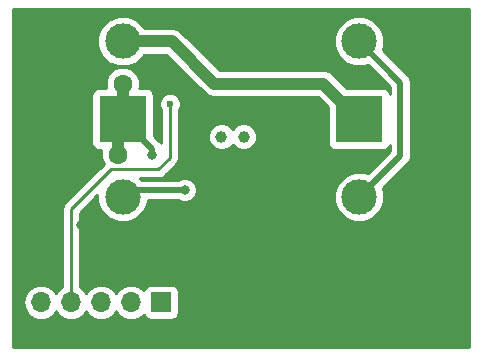
<source format=gbr>
G04 #@! TF.GenerationSoftware,KiCad,Pcbnew,(5.0.2)-1*
G04 #@! TF.CreationDate,2020-09-06T16:55:04+01:00*
G04 #@! TF.ProjectId,temperature-logger,74656d70-6572-4617-9475-72652d6c6f67,rev?*
G04 #@! TF.SameCoordinates,Original*
G04 #@! TF.FileFunction,Copper,L1,Top*
G04 #@! TF.FilePolarity,Positive*
%FSLAX46Y46*%
G04 Gerber Fmt 4.6, Leading zero omitted, Abs format (unit mm)*
G04 Created by KiCad (PCBNEW (5.0.2)-1) date 06/09/2020 16:55:04*
%MOMM*%
%LPD*%
G01*
G04 APERTURE LIST*
G04 #@! TA.AperFunction,SMDPad,CuDef*
%ADD10R,4.000000X4.000000*%
G04 #@! TD*
G04 #@! TA.AperFunction,ComponentPad*
%ADD11C,3.000000*%
G04 #@! TD*
G04 #@! TA.AperFunction,ComponentPad*
%ADD12R,1.700000X1.700000*%
G04 #@! TD*
G04 #@! TA.AperFunction,ComponentPad*
%ADD13O,1.700000X1.700000*%
G04 #@! TD*
G04 #@! TA.AperFunction,ComponentPad*
%ADD14C,1.000000*%
G04 #@! TD*
G04 #@! TA.AperFunction,ViaPad*
%ADD15C,0.800000*%
G04 #@! TD*
G04 #@! TA.AperFunction,ViaPad*
%ADD16C,1.600000*%
G04 #@! TD*
G04 #@! TA.AperFunction,ViaPad*
%ADD17C,0.600000*%
G04 #@! TD*
G04 #@! TA.AperFunction,Conductor*
%ADD18C,1.000000*%
G04 #@! TD*
G04 #@! TA.AperFunction,Conductor*
%ADD19C,0.500000*%
G04 #@! TD*
G04 #@! TA.AperFunction,Conductor*
%ADD20C,0.250000*%
G04 #@! TD*
G04 #@! TA.AperFunction,Conductor*
%ADD21C,0.254000*%
G04 #@! TD*
G04 APERTURE END LIST*
D10*
G04 #@! TO.P,BT1,2*
G04 #@! TO.N,+BATT*
X110000000Y-90000000D03*
D11*
G04 #@! TO.P,BT1,1*
G04 #@! TO.N,+6V*
X110000000Y-83400000D03*
X110000000Y-96600000D03*
G04 #@! TD*
G04 #@! TO.P,BT2,1*
G04 #@! TO.N,+BATT*
X90000000Y-83400000D03*
X90000000Y-96600000D03*
D10*
G04 #@! TO.P,BT2,2*
G04 #@! TO.N,GND*
X90000000Y-90000000D03*
G04 #@! TD*
D12*
G04 #@! TO.P,J1,1*
G04 #@! TO.N,/SCL*
X93250000Y-105500000D03*
D13*
G04 #@! TO.P,J1,2*
G04 #@! TO.N,/MISO*
X90710000Y-105500000D03*
G04 #@! TO.P,J1,3*
G04 #@! TO.N,/SDA*
X88170000Y-105500000D03*
G04 #@! TO.P,J1,4*
G04 #@! TO.N,/~RESET*
X85630000Y-105500000D03*
G04 #@! TO.P,J1,5*
G04 #@! TO.N,GND*
X83090000Y-105500000D03*
G04 #@! TD*
D14*
G04 #@! TO.P,Y1,1*
G04 #@! TO.N,Net-(U4-Pad1)*
X100250000Y-91500000D03*
G04 #@! TO.P,Y1,2*
G04 #@! TO.N,Net-(U4-Pad2)*
X98350000Y-91500000D03*
G04 #@! TD*
D15*
G04 #@! TO.N,+BATT*
X97750000Y-87000000D03*
X95250000Y-96000000D03*
D16*
G04 #@! TO.N,GND*
X90000000Y-87000000D03*
X89599987Y-93000000D03*
D15*
X92500000Y-93000000D03*
D16*
G04 #@! TO.N,+5V*
X115500000Y-86000000D03*
X115500000Y-94000000D03*
D15*
X117750000Y-106000000D03*
X101000000Y-103000000D03*
X86000000Y-86250000D03*
X98000000Y-82250000D03*
X101500000Y-91000000D03*
X93250000Y-99250000D03*
X86500000Y-99000000D03*
D17*
G04 #@! TO.N,/~RESET*
X93994989Y-88700901D03*
G04 #@! TD*
D18*
G04 #@! TO.N,+BATT*
X90000000Y-83400000D02*
X94150000Y-83400000D01*
X94150000Y-83400000D02*
X97750000Y-87000000D01*
X105000000Y-87000000D02*
X97750000Y-87000000D01*
X110000000Y-90000000D02*
X107000000Y-87000000D01*
X107000000Y-87000000D02*
X105000000Y-87000000D01*
D19*
X90600000Y-96000000D02*
X90000000Y-96600000D01*
X94000000Y-96000000D02*
X90600000Y-96000000D01*
X94000000Y-96000000D02*
X95250000Y-96000000D01*
G04 #@! TO.N,+6V*
X110000000Y-96600000D02*
X113500000Y-93100000D01*
X113500000Y-86900000D02*
X110000000Y-83400000D01*
X113500000Y-93100000D02*
X113500000Y-86900000D01*
D18*
G04 #@! TO.N,GND*
X90000000Y-90000000D02*
X90000000Y-87000000D01*
X90000000Y-87000000D02*
X90000000Y-87000000D01*
X90000000Y-90000000D02*
X89599987Y-90400013D01*
X89599987Y-91868630D02*
X89599987Y-93000000D01*
X89599987Y-90400013D02*
X89599987Y-91868630D01*
D19*
X90000000Y-90000000D02*
X92250000Y-92250000D01*
X92250000Y-92250000D02*
X92500000Y-92500000D01*
X92500000Y-92500000D02*
X92500000Y-93000000D01*
D20*
G04 #@! TO.N,/~RESET*
X85630000Y-105500000D02*
X85630000Y-105120000D01*
X85630000Y-105500000D02*
X85630000Y-97620000D01*
X85630000Y-97620000D02*
X89000000Y-94250000D01*
X89000000Y-94250000D02*
X93000000Y-94250000D01*
X93994989Y-93255011D02*
X93994989Y-88700901D01*
X93000000Y-94250000D02*
X93994989Y-93255011D01*
G04 #@! TD*
D21*
G04 #@! TO.N,+5V*
G36*
X119290000Y-109290000D02*
X80710000Y-109290000D01*
X80710000Y-105500000D01*
X81575908Y-105500000D01*
X81691161Y-106079418D01*
X82019375Y-106570625D01*
X82510582Y-106898839D01*
X82943744Y-106985000D01*
X83236256Y-106985000D01*
X83669418Y-106898839D01*
X84160625Y-106570625D01*
X84360000Y-106272239D01*
X84559375Y-106570625D01*
X85050582Y-106898839D01*
X85483744Y-106985000D01*
X85776256Y-106985000D01*
X86209418Y-106898839D01*
X86700625Y-106570625D01*
X86900000Y-106272239D01*
X87099375Y-106570625D01*
X87590582Y-106898839D01*
X88023744Y-106985000D01*
X88316256Y-106985000D01*
X88749418Y-106898839D01*
X89240625Y-106570625D01*
X89440000Y-106272239D01*
X89639375Y-106570625D01*
X90130582Y-106898839D01*
X90563744Y-106985000D01*
X90856256Y-106985000D01*
X91289418Y-106898839D01*
X91780625Y-106570625D01*
X91792816Y-106552381D01*
X91801843Y-106597765D01*
X91942191Y-106807809D01*
X92152235Y-106948157D01*
X92400000Y-106997440D01*
X94100000Y-106997440D01*
X94347765Y-106948157D01*
X94557809Y-106807809D01*
X94698157Y-106597765D01*
X94747440Y-106350000D01*
X94747440Y-104650000D01*
X94698157Y-104402235D01*
X94557809Y-104192191D01*
X94347765Y-104051843D01*
X94100000Y-104002560D01*
X92400000Y-104002560D01*
X92152235Y-104051843D01*
X91942191Y-104192191D01*
X91801843Y-104402235D01*
X91792816Y-104447619D01*
X91780625Y-104429375D01*
X91289418Y-104101161D01*
X90856256Y-104015000D01*
X90563744Y-104015000D01*
X90130582Y-104101161D01*
X89639375Y-104429375D01*
X89440000Y-104727761D01*
X89240625Y-104429375D01*
X88749418Y-104101161D01*
X88316256Y-104015000D01*
X88023744Y-104015000D01*
X87590582Y-104101161D01*
X87099375Y-104429375D01*
X86900000Y-104727761D01*
X86700625Y-104429375D01*
X86390000Y-104221822D01*
X86390000Y-97934801D01*
X87865000Y-96459802D01*
X87865000Y-97024678D01*
X88190034Y-97809380D01*
X88790620Y-98409966D01*
X89575322Y-98735000D01*
X90424678Y-98735000D01*
X91209380Y-98409966D01*
X91809966Y-97809380D01*
X92135000Y-97024678D01*
X92135000Y-96885000D01*
X94681993Y-96885000D01*
X95044126Y-97035000D01*
X95455874Y-97035000D01*
X95836280Y-96877431D01*
X96127431Y-96586280D01*
X96285000Y-96205874D01*
X96285000Y-95794126D01*
X96127431Y-95413720D01*
X95836280Y-95122569D01*
X95455874Y-94965000D01*
X95044126Y-94965000D01*
X94681993Y-95115000D01*
X91534346Y-95115000D01*
X91429346Y-95010000D01*
X92925153Y-95010000D01*
X93000000Y-95024888D01*
X93074847Y-95010000D01*
X93074852Y-95010000D01*
X93296537Y-94965904D01*
X93547929Y-94797929D01*
X93590331Y-94734470D01*
X94479462Y-93845340D01*
X94542918Y-93802940D01*
X94710893Y-93551548D01*
X94754989Y-93329863D01*
X94754989Y-93329858D01*
X94769877Y-93255011D01*
X94754989Y-93180164D01*
X94754989Y-91274234D01*
X97215000Y-91274234D01*
X97215000Y-91725766D01*
X97387793Y-92142926D01*
X97707074Y-92462207D01*
X98124234Y-92635000D01*
X98575766Y-92635000D01*
X98992926Y-92462207D01*
X99300000Y-92155133D01*
X99607074Y-92462207D01*
X100024234Y-92635000D01*
X100475766Y-92635000D01*
X100892926Y-92462207D01*
X101212207Y-92142926D01*
X101385000Y-91725766D01*
X101385000Y-91274234D01*
X101212207Y-90857074D01*
X100892926Y-90537793D01*
X100475766Y-90365000D01*
X100024234Y-90365000D01*
X99607074Y-90537793D01*
X99300000Y-90844867D01*
X98992926Y-90537793D01*
X98575766Y-90365000D01*
X98124234Y-90365000D01*
X97707074Y-90537793D01*
X97387793Y-90857074D01*
X97215000Y-91274234D01*
X94754989Y-91274234D01*
X94754989Y-89263191D01*
X94787644Y-89230536D01*
X94929989Y-88886884D01*
X94929989Y-88514918D01*
X94787644Y-88171266D01*
X94524624Y-87908246D01*
X94180972Y-87765901D01*
X93809006Y-87765901D01*
X93465354Y-87908246D01*
X93202334Y-88171266D01*
X93059989Y-88514918D01*
X93059989Y-88886884D01*
X93202334Y-89230536D01*
X93234990Y-89263192D01*
X93234989Y-92007032D01*
X93138049Y-91861951D01*
X93064154Y-91812576D01*
X92937426Y-91685848D01*
X92937424Y-91685845D01*
X92647440Y-91395861D01*
X92647440Y-88000000D01*
X92598157Y-87752235D01*
X92457809Y-87542191D01*
X92247765Y-87401843D01*
X92000000Y-87352560D01*
X91407198Y-87352560D01*
X91435000Y-87285439D01*
X91435000Y-86714561D01*
X91216534Y-86187138D01*
X90812862Y-85783466D01*
X90285439Y-85565000D01*
X89714561Y-85565000D01*
X89187138Y-85783466D01*
X88783466Y-86187138D01*
X88565000Y-86714561D01*
X88565000Y-87285439D01*
X88592802Y-87352560D01*
X88000000Y-87352560D01*
X87752235Y-87401843D01*
X87542191Y-87542191D01*
X87401843Y-87752235D01*
X87352560Y-88000000D01*
X87352560Y-92000000D01*
X87401843Y-92247765D01*
X87542191Y-92457809D01*
X87752235Y-92598157D01*
X88000000Y-92647440D01*
X88192789Y-92647440D01*
X88164987Y-92714561D01*
X88164987Y-93285439D01*
X88377268Y-93797930D01*
X85145528Y-97029671D01*
X85082072Y-97072071D01*
X85039672Y-97135527D01*
X85039671Y-97135528D01*
X84914097Y-97323463D01*
X84855112Y-97620000D01*
X84870001Y-97694852D01*
X84870000Y-104221822D01*
X84559375Y-104429375D01*
X84360000Y-104727761D01*
X84160625Y-104429375D01*
X83669418Y-104101161D01*
X83236256Y-104015000D01*
X82943744Y-104015000D01*
X82510582Y-104101161D01*
X82019375Y-104429375D01*
X81691161Y-104920582D01*
X81575908Y-105500000D01*
X80710000Y-105500000D01*
X80710000Y-82975322D01*
X87865000Y-82975322D01*
X87865000Y-83824678D01*
X88190034Y-84609380D01*
X88790620Y-85209966D01*
X89575322Y-85535000D01*
X90424678Y-85535000D01*
X91209380Y-85209966D01*
X91809966Y-84609380D01*
X91840775Y-84535000D01*
X93679869Y-84535000D01*
X96868389Y-87723521D01*
X96931711Y-87818289D01*
X97203661Y-88000000D01*
X97307145Y-88069146D01*
X97750000Y-88157235D01*
X97861783Y-88135000D01*
X106529869Y-88135000D01*
X107352560Y-88957691D01*
X107352560Y-92000000D01*
X107401843Y-92247765D01*
X107542191Y-92457809D01*
X107752235Y-92598157D01*
X108000000Y-92647440D01*
X112000000Y-92647440D01*
X112247765Y-92598157D01*
X112457809Y-92457809D01*
X112598157Y-92247765D01*
X112615000Y-92163088D01*
X112615000Y-92733421D01*
X110749059Y-94599363D01*
X110424678Y-94465000D01*
X109575322Y-94465000D01*
X108790620Y-94790034D01*
X108190034Y-95390620D01*
X107865000Y-96175322D01*
X107865000Y-97024678D01*
X108190034Y-97809380D01*
X108790620Y-98409966D01*
X109575322Y-98735000D01*
X110424678Y-98735000D01*
X111209380Y-98409966D01*
X111809966Y-97809380D01*
X112135000Y-97024678D01*
X112135000Y-96175322D01*
X112000637Y-95850941D01*
X114064156Y-93787423D01*
X114138049Y-93738049D01*
X114333652Y-93445310D01*
X114385000Y-93187165D01*
X114385000Y-93187161D01*
X114402337Y-93100001D01*
X114385000Y-93012841D01*
X114385000Y-86987159D01*
X114402337Y-86899999D01*
X114385000Y-86812839D01*
X114385000Y-86812835D01*
X114333652Y-86554690D01*
X114138049Y-86261951D01*
X114064156Y-86212577D01*
X112000637Y-84149059D01*
X112135000Y-83824678D01*
X112135000Y-82975322D01*
X111809966Y-82190620D01*
X111209380Y-81590034D01*
X110424678Y-81265000D01*
X109575322Y-81265000D01*
X108790620Y-81590034D01*
X108190034Y-82190620D01*
X107865000Y-82975322D01*
X107865000Y-83824678D01*
X108190034Y-84609380D01*
X108790620Y-85209966D01*
X109575322Y-85535000D01*
X110424678Y-85535000D01*
X110749059Y-85400637D01*
X112615001Y-87266580D01*
X112615001Y-87836916D01*
X112598157Y-87752235D01*
X112457809Y-87542191D01*
X112247765Y-87401843D01*
X112000000Y-87352560D01*
X108957691Y-87352560D01*
X107881613Y-86276482D01*
X107818289Y-86181711D01*
X107442855Y-85930854D01*
X107111783Y-85865000D01*
X107000000Y-85842765D01*
X106888217Y-85865000D01*
X98220132Y-85865000D01*
X95031613Y-82676482D01*
X94968289Y-82581711D01*
X94592855Y-82330854D01*
X94261783Y-82265000D01*
X94150000Y-82242765D01*
X94038217Y-82265000D01*
X91840775Y-82265000D01*
X91809966Y-82190620D01*
X91209380Y-81590034D01*
X90424678Y-81265000D01*
X89575322Y-81265000D01*
X88790620Y-81590034D01*
X88190034Y-82190620D01*
X87865000Y-82975322D01*
X80710000Y-82975322D01*
X80710000Y-80710000D01*
X119290001Y-80710000D01*
X119290000Y-109290000D01*
X119290000Y-109290000D01*
G37*
X119290000Y-109290000D02*
X80710000Y-109290000D01*
X80710000Y-105500000D01*
X81575908Y-105500000D01*
X81691161Y-106079418D01*
X82019375Y-106570625D01*
X82510582Y-106898839D01*
X82943744Y-106985000D01*
X83236256Y-106985000D01*
X83669418Y-106898839D01*
X84160625Y-106570625D01*
X84360000Y-106272239D01*
X84559375Y-106570625D01*
X85050582Y-106898839D01*
X85483744Y-106985000D01*
X85776256Y-106985000D01*
X86209418Y-106898839D01*
X86700625Y-106570625D01*
X86900000Y-106272239D01*
X87099375Y-106570625D01*
X87590582Y-106898839D01*
X88023744Y-106985000D01*
X88316256Y-106985000D01*
X88749418Y-106898839D01*
X89240625Y-106570625D01*
X89440000Y-106272239D01*
X89639375Y-106570625D01*
X90130582Y-106898839D01*
X90563744Y-106985000D01*
X90856256Y-106985000D01*
X91289418Y-106898839D01*
X91780625Y-106570625D01*
X91792816Y-106552381D01*
X91801843Y-106597765D01*
X91942191Y-106807809D01*
X92152235Y-106948157D01*
X92400000Y-106997440D01*
X94100000Y-106997440D01*
X94347765Y-106948157D01*
X94557809Y-106807809D01*
X94698157Y-106597765D01*
X94747440Y-106350000D01*
X94747440Y-104650000D01*
X94698157Y-104402235D01*
X94557809Y-104192191D01*
X94347765Y-104051843D01*
X94100000Y-104002560D01*
X92400000Y-104002560D01*
X92152235Y-104051843D01*
X91942191Y-104192191D01*
X91801843Y-104402235D01*
X91792816Y-104447619D01*
X91780625Y-104429375D01*
X91289418Y-104101161D01*
X90856256Y-104015000D01*
X90563744Y-104015000D01*
X90130582Y-104101161D01*
X89639375Y-104429375D01*
X89440000Y-104727761D01*
X89240625Y-104429375D01*
X88749418Y-104101161D01*
X88316256Y-104015000D01*
X88023744Y-104015000D01*
X87590582Y-104101161D01*
X87099375Y-104429375D01*
X86900000Y-104727761D01*
X86700625Y-104429375D01*
X86390000Y-104221822D01*
X86390000Y-97934801D01*
X87865000Y-96459802D01*
X87865000Y-97024678D01*
X88190034Y-97809380D01*
X88790620Y-98409966D01*
X89575322Y-98735000D01*
X90424678Y-98735000D01*
X91209380Y-98409966D01*
X91809966Y-97809380D01*
X92135000Y-97024678D01*
X92135000Y-96885000D01*
X94681993Y-96885000D01*
X95044126Y-97035000D01*
X95455874Y-97035000D01*
X95836280Y-96877431D01*
X96127431Y-96586280D01*
X96285000Y-96205874D01*
X96285000Y-95794126D01*
X96127431Y-95413720D01*
X95836280Y-95122569D01*
X95455874Y-94965000D01*
X95044126Y-94965000D01*
X94681993Y-95115000D01*
X91534346Y-95115000D01*
X91429346Y-95010000D01*
X92925153Y-95010000D01*
X93000000Y-95024888D01*
X93074847Y-95010000D01*
X93074852Y-95010000D01*
X93296537Y-94965904D01*
X93547929Y-94797929D01*
X93590331Y-94734470D01*
X94479462Y-93845340D01*
X94542918Y-93802940D01*
X94710893Y-93551548D01*
X94754989Y-93329863D01*
X94754989Y-93329858D01*
X94769877Y-93255011D01*
X94754989Y-93180164D01*
X94754989Y-91274234D01*
X97215000Y-91274234D01*
X97215000Y-91725766D01*
X97387793Y-92142926D01*
X97707074Y-92462207D01*
X98124234Y-92635000D01*
X98575766Y-92635000D01*
X98992926Y-92462207D01*
X99300000Y-92155133D01*
X99607074Y-92462207D01*
X100024234Y-92635000D01*
X100475766Y-92635000D01*
X100892926Y-92462207D01*
X101212207Y-92142926D01*
X101385000Y-91725766D01*
X101385000Y-91274234D01*
X101212207Y-90857074D01*
X100892926Y-90537793D01*
X100475766Y-90365000D01*
X100024234Y-90365000D01*
X99607074Y-90537793D01*
X99300000Y-90844867D01*
X98992926Y-90537793D01*
X98575766Y-90365000D01*
X98124234Y-90365000D01*
X97707074Y-90537793D01*
X97387793Y-90857074D01*
X97215000Y-91274234D01*
X94754989Y-91274234D01*
X94754989Y-89263191D01*
X94787644Y-89230536D01*
X94929989Y-88886884D01*
X94929989Y-88514918D01*
X94787644Y-88171266D01*
X94524624Y-87908246D01*
X94180972Y-87765901D01*
X93809006Y-87765901D01*
X93465354Y-87908246D01*
X93202334Y-88171266D01*
X93059989Y-88514918D01*
X93059989Y-88886884D01*
X93202334Y-89230536D01*
X93234990Y-89263192D01*
X93234989Y-92007032D01*
X93138049Y-91861951D01*
X93064154Y-91812576D01*
X92937426Y-91685848D01*
X92937424Y-91685845D01*
X92647440Y-91395861D01*
X92647440Y-88000000D01*
X92598157Y-87752235D01*
X92457809Y-87542191D01*
X92247765Y-87401843D01*
X92000000Y-87352560D01*
X91407198Y-87352560D01*
X91435000Y-87285439D01*
X91435000Y-86714561D01*
X91216534Y-86187138D01*
X90812862Y-85783466D01*
X90285439Y-85565000D01*
X89714561Y-85565000D01*
X89187138Y-85783466D01*
X88783466Y-86187138D01*
X88565000Y-86714561D01*
X88565000Y-87285439D01*
X88592802Y-87352560D01*
X88000000Y-87352560D01*
X87752235Y-87401843D01*
X87542191Y-87542191D01*
X87401843Y-87752235D01*
X87352560Y-88000000D01*
X87352560Y-92000000D01*
X87401843Y-92247765D01*
X87542191Y-92457809D01*
X87752235Y-92598157D01*
X88000000Y-92647440D01*
X88192789Y-92647440D01*
X88164987Y-92714561D01*
X88164987Y-93285439D01*
X88377268Y-93797930D01*
X85145528Y-97029671D01*
X85082072Y-97072071D01*
X85039672Y-97135527D01*
X85039671Y-97135528D01*
X84914097Y-97323463D01*
X84855112Y-97620000D01*
X84870001Y-97694852D01*
X84870000Y-104221822D01*
X84559375Y-104429375D01*
X84360000Y-104727761D01*
X84160625Y-104429375D01*
X83669418Y-104101161D01*
X83236256Y-104015000D01*
X82943744Y-104015000D01*
X82510582Y-104101161D01*
X82019375Y-104429375D01*
X81691161Y-104920582D01*
X81575908Y-105500000D01*
X80710000Y-105500000D01*
X80710000Y-82975322D01*
X87865000Y-82975322D01*
X87865000Y-83824678D01*
X88190034Y-84609380D01*
X88790620Y-85209966D01*
X89575322Y-85535000D01*
X90424678Y-85535000D01*
X91209380Y-85209966D01*
X91809966Y-84609380D01*
X91840775Y-84535000D01*
X93679869Y-84535000D01*
X96868389Y-87723521D01*
X96931711Y-87818289D01*
X97203661Y-88000000D01*
X97307145Y-88069146D01*
X97750000Y-88157235D01*
X97861783Y-88135000D01*
X106529869Y-88135000D01*
X107352560Y-88957691D01*
X107352560Y-92000000D01*
X107401843Y-92247765D01*
X107542191Y-92457809D01*
X107752235Y-92598157D01*
X108000000Y-92647440D01*
X112000000Y-92647440D01*
X112247765Y-92598157D01*
X112457809Y-92457809D01*
X112598157Y-92247765D01*
X112615000Y-92163088D01*
X112615000Y-92733421D01*
X110749059Y-94599363D01*
X110424678Y-94465000D01*
X109575322Y-94465000D01*
X108790620Y-94790034D01*
X108190034Y-95390620D01*
X107865000Y-96175322D01*
X107865000Y-97024678D01*
X108190034Y-97809380D01*
X108790620Y-98409966D01*
X109575322Y-98735000D01*
X110424678Y-98735000D01*
X111209380Y-98409966D01*
X111809966Y-97809380D01*
X112135000Y-97024678D01*
X112135000Y-96175322D01*
X112000637Y-95850941D01*
X114064156Y-93787423D01*
X114138049Y-93738049D01*
X114333652Y-93445310D01*
X114385000Y-93187165D01*
X114385000Y-93187161D01*
X114402337Y-93100001D01*
X114385000Y-93012841D01*
X114385000Y-86987159D01*
X114402337Y-86899999D01*
X114385000Y-86812839D01*
X114385000Y-86812835D01*
X114333652Y-86554690D01*
X114138049Y-86261951D01*
X114064156Y-86212577D01*
X112000637Y-84149059D01*
X112135000Y-83824678D01*
X112135000Y-82975322D01*
X111809966Y-82190620D01*
X111209380Y-81590034D01*
X110424678Y-81265000D01*
X109575322Y-81265000D01*
X108790620Y-81590034D01*
X108190034Y-82190620D01*
X107865000Y-82975322D01*
X107865000Y-83824678D01*
X108190034Y-84609380D01*
X108790620Y-85209966D01*
X109575322Y-85535000D01*
X110424678Y-85535000D01*
X110749059Y-85400637D01*
X112615001Y-87266580D01*
X112615001Y-87836916D01*
X112598157Y-87752235D01*
X112457809Y-87542191D01*
X112247765Y-87401843D01*
X112000000Y-87352560D01*
X108957691Y-87352560D01*
X107881613Y-86276482D01*
X107818289Y-86181711D01*
X107442855Y-85930854D01*
X107111783Y-85865000D01*
X107000000Y-85842765D01*
X106888217Y-85865000D01*
X98220132Y-85865000D01*
X95031613Y-82676482D01*
X94968289Y-82581711D01*
X94592855Y-82330854D01*
X94261783Y-82265000D01*
X94150000Y-82242765D01*
X94038217Y-82265000D01*
X91840775Y-82265000D01*
X91809966Y-82190620D01*
X91209380Y-81590034D01*
X90424678Y-81265000D01*
X89575322Y-81265000D01*
X88790620Y-81590034D01*
X88190034Y-82190620D01*
X87865000Y-82975322D01*
X80710000Y-82975322D01*
X80710000Y-80710000D01*
X119290001Y-80710000D01*
X119290000Y-109290000D01*
G04 #@! TD*
M02*

</source>
